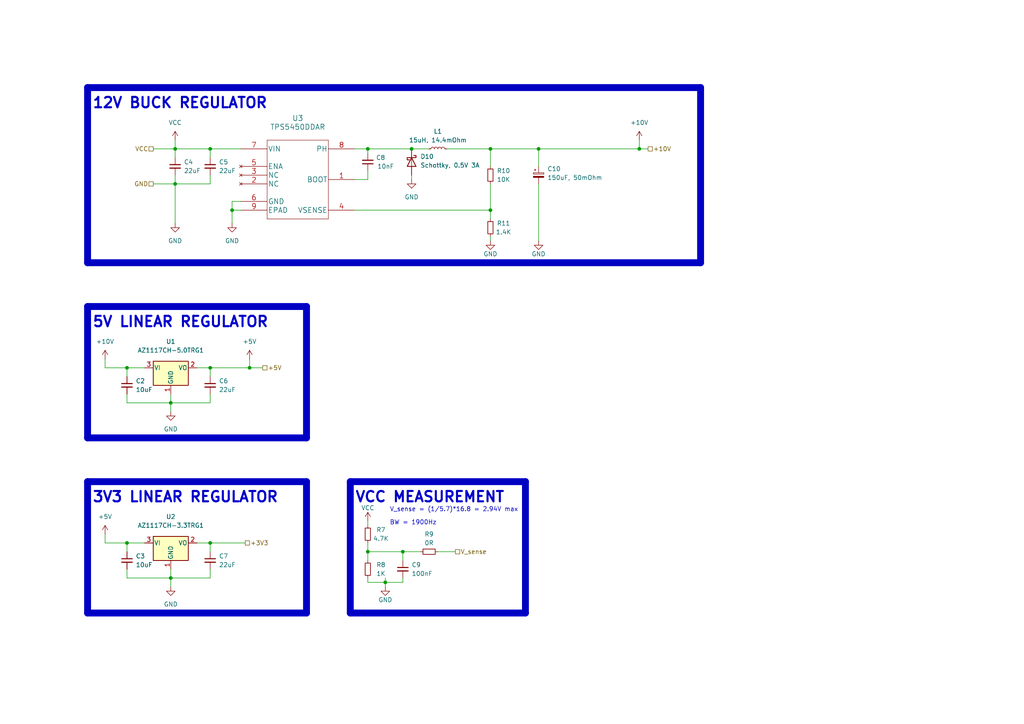
<source format=kicad_sch>
(kicad_sch (version 20211123) (generator eeschema)
  (paper "A4")
  (title_block (title "Power") (date "2022-07-21") (rev "1"))
  (lib_symbols
    (symbol "Device:C_Polarized_Small" (pin_numbers hide) (pin_names (offset 0.254) hide)
      (property "Reference" "C" (at 0.254 1.778 0))
      (property "Value" "C_Polarized_Small" (at 0.254 -2.032 0))
      (symbol "C_Polarized_Small_0_1"
        (rectangle (start -1.524 -0.3048) (end 1.524 -0.6858) (fill (type outline)))
        (rectangle (start -1.524 0.6858) (end 1.524 0.3048))
        (polyline (pts (xy -1.27 1.524) (xy -0.762 1.524)))
        (polyline (pts (xy -1.016 1.27) (xy -1.016 1.778)))
      )
      (symbol "C_Polarized_Small_1_1"
        (pin passive line (at 0 2.54 270) (length 1.8542) (name "~") (number "1"))
        (pin passive line (at 0 -2.54 90) (length 1.8542) (name "~") (number "2"))
      )
    )
    (symbol "Device:C_Small" (pin_numbers hide) (pin_names (offset 0.254) hide)
      (property "Reference" "C" (at 0.254 1.778 0))
      (property "Value" "C_Small" (at 0.254 -2.032 0))
      (symbol "C_Small_0_1"
        (polyline (pts (xy -1.524 -0.508) (xy 1.524 -0.508)) (stroke (width 0.3302)))
        (polyline (pts (xy -1.524 0.508) (xy 1.524 0.508)) (stroke (width 0.3048)))
      )
      (symbol "C_Small_1_1"
        (pin passive line (at 0 2.54 270) (length 2.032) (name "~") (number "1"))
        (pin passive line (at 0 -2.54 90) (length 2.032) (name "~") (number "2"))
      )
    )
    (symbol "Device:D_Schottky" (pin_numbers hide) (pin_names (offset 1.016) hide)
      (property "Reference" "D" (at 0 2.54 0))
      (property "Value" "D_Schottky" (at 0 -2.54 0))
      (symbol "D_Schottky_0_1"
        (polyline (pts (xy 1.27 0) (xy -1.27 0)))
        (polyline (pts (xy 1.27 1.27) (xy 1.27 -1.27) (xy -1.27 0) (xy 1.27 1.27)) (stroke (width 0.254)))
        (polyline (pts (xy -1.905 0.635) (xy -1.905 1.27) (xy -1.27 1.27) (xy -1.27 -1.27) (xy -0.635 -1.27) (xy -0.635 -0.635)) (stroke (width 0.254)))
      )
      (symbol "D_Schottky_1_1"
        (pin passive line (at -3.81 0 0) (length 2.54) (name "K") (number "1"))
        (pin passive line (at 3.81 0 180) (length 2.54) (name "A") (number "2"))
      )
    )
    (symbol "Device:L_Small" (pin_numbers hide) (pin_names (offset 0.254) hide)
      (property "Reference" "L" (at 0.762 1.016 0))
      (property "Value" "L_Small" (at 0.762 -1.016 0))
      (symbol "L_Small_0_1"
        (arc (start 0 -2.032) (mid 0.508 -1.524) (end 0 -1.016))
        (arc (start 0 -1.016) (mid 0.508 -0.508) (end 0 0))
        (arc (start 0 0) (mid 0.508 0.508) (end 0 1.016))
        (arc (start 0 1.016) (mid 0.508 1.524) (end 0 2.032))
      )
      (symbol "L_Small_1_1"
        (pin passive line (at 0 2.54 270) (length 0.508) (name "~") (number "1"))
        (pin passive line (at 0 -2.54 90) (length 0.508) (name "~") (number "2"))
      )
    )
    (symbol "Device:R_Small" (pin_numbers hide) (pin_names (offset 0.254) hide)
      (property "Reference" "R" (at 0.762 0.508 0))
      (property "Value" "R_Small" (at 0.762 -1.016 0))
      (symbol "R_Small_0_1"
        (rectangle (start -0.762 1.778) (end 0.762 -1.778) (stroke (width 0.2032)))
      )
      (symbol "R_Small_1_1"
        (pin passive line (at 0 2.54 270) (length 0.762) (name "~") (number "1"))
        (pin passive line (at 0 -2.54 90) (length 0.762) (name "~") (number "2"))
      )
    )
    (symbol "Regulator_Linear:AZ1117-3.3" (pin_names (offset 0.254))
      (property "Reference" "U" (at -3.81 3.175 0))
      (property "Value" "AZ1117-3.3" (at 0 3.175 0))
      (symbol "AZ1117-3.3_0_1"
        (rectangle (start -5.08 1.905) (end 5.08 -5.08) (stroke (width 0.254)) (fill (type background)))
      )
      (symbol "AZ1117-3.3_1_1"
        (pin power_in line (at 0 -7.62 90) (length 2.54) (name "GND") (number "1"))
        (pin power_out line (at 7.62 0 180) (length 2.54) (name "VO") (number "2"))
        (pin power_in line (at -7.62 0 0) (length 2.54) (name "VI") (number "3"))
      )
    )
    (symbol "TPS5450:TPS5450DDAR" (pin_names (offset 0.254))
      (property "Reference" "U2" (at 0 6.35 0))
      (property "Value" "TPS5450DDAR" (at 0 3.81 0))
      (symbol "TPS5450DDAR_1_1"
        (polyline (pts (xy -8.89 -22.86) (xy 8.89 -22.86)) (stroke (width 0.127)))
        (polyline (pts (xy -8.89 0) (xy -8.89 -22.86)) (stroke (width 0.127)))
        (polyline (pts (xy 8.89 -22.86) (xy 8.89 0)) (stroke (width 0.127)))
        (polyline (pts (xy 8.89 0) (xy -8.89 0)) (stroke (width 0.127)))
        (pin output line (at 16.51 -11.43 180) (length 7.62) (name "BOOT") (number "1"))
        (pin no_connect line (at -16.51 -12.7 0) (length 7.62) (name "NC") (number "2"))
        (pin no_connect line (at -16.51 -10.16 0) (length 7.62) (name "NC") (number "3"))
        (pin input line (at 16.51 -20.32 180) (length 7.62) (name "VSENSE") (number "4"))
        (pin no_connect line (at -16.51 -7.62 0) (length 7.62) (name "ENA") (number "5"))
        (pin passive line (at -16.51 -17.78 0) (length 7.62) (name "GND") (number "6"))
        (pin input line (at -16.51 -2.54 0) (length 7.62) (name "VIN") (number "7"))
        (pin output line (at 16.51 -2.54 180) (length 7.62) (name "PH") (number "8"))
        (pin passive line (at -16.51 -20.32 0) (length 7.62) (name "EPAD") (number "9"))
      )
    )
    (symbol "power:+10V" (power) (pin_names (offset 0))
      (property "Value" "+10V" (at 0 3.556 0))
      (symbol "+10V_0_1"
        (polyline (pts (xy -0.762 1.27) (xy 0 2.54)))
        (polyline (pts (xy 0 0) (xy 0 2.54)))
        (polyline (pts (xy 0 2.54) (xy 0.762 1.27)))
      )
      (symbol "+10V_1_1"
        (pin power_in line (at 0 0 90) (length 0) hide (name "+10V") (number "1"))
      )
    )
    (symbol "power:+5V" (power) (pin_names (offset 0))
      (property "Value" "+5V" (at 0 3.556 0))
      (symbol "+5V_0_1"
        (polyline (pts (xy -0.762 1.27) (xy 0 2.54)))
        (polyline (pts (xy 0 0) (xy 0 2.54)))
        (polyline (pts (xy 0 2.54) (xy 0.762 1.27)))
      )
      (symbol "+5V_1_1"
        (pin power_in line (at 0 0 90) (length 0) hide (name "+5V") (number "1"))
      )
    )
    (symbol "power:GND" (power) (pin_names (offset 0))
      (property "Value" "GND" (at 0 -3.81 0))
      (symbol "GND_0_1"
        (polyline (pts (xy 0 0) (xy 0 -1.27) (xy 1.27 -1.27) (xy 0 -2.54) (xy -1.27 -1.27) (xy 0 -1.27)))
      )
      (symbol "GND_1_1"
        (pin power_in line (at 0 0 270) (length 0) hide (name "GND") (number "1"))
      )
    )
    (symbol "power:VCC" (power) (pin_names (offset 0))
      (property "Value" "VCC" (at 0 3.81 0))
      (symbol "VCC_0_1"
        (polyline (pts (xy -0.762 1.27) (xy 0 2.54)))
        (polyline (pts (xy 0 0) (xy 0 2.54)))
        (polyline (pts (xy 0 2.54) (xy 0.762 1.27)))
      )
      (symbol "VCC_1_1"
        (pin power_in line (at 0 0 90) (length 0) hide (name "VCC") (number "1"))
      )
    )
  )
  (junction (at 156.21 43.18))
  (junction (at 60.96 43.18))
  (junction (at 111.76 168.91))
  (junction (at 36.83 106.68))
  (junction (at 119.38 43.18))
  (junction (at 185.42 43.18))
  (junction (at 142.24 43.18))
  (junction (at 60.96 157.48))
  (junction (at 36.83 157.48))
  (junction (at 142.24 60.96))
  (junction (at 72.39 106.68))
  (junction (at 67.31 60.96))
  (junction (at 50.8 43.18))
  (junction (at 106.68 160.02))
  (junction (at 106.68 43.18))
  (junction (at 50.8 53.34))
  (junction (at 49.53 167.64))
  (junction (at 49.53 116.84))
  (junction (at 116.84 160.02))
  (junction (at 60.96 106.68))
  (wire (pts (xy 36.83 106.68) (xy 36.83 109.22)))
  (wire (pts (xy 102.87 60.96) (xy 142.24 60.96)))
  (wire (pts (xy 50.8 50.8) (xy 50.8 53.34)))
  (wire (pts (xy 116.84 160.02) (xy 121.92 160.02)))
  (wire (pts (xy 106.68 160.02) (xy 116.84 160.02)))
  (wire (pts (xy 102.87 43.18) (xy 106.68 43.18)))
  (wire (pts (xy 67.31 60.96) (xy 69.85 60.96)))
  (wire (pts (xy 49.53 165.1) (xy 49.53 167.64)))
  (wire (pts (xy 49.53 167.64) (xy 49.53 170.18)))
  (wire (pts (xy 36.83 157.48) (xy 36.83 160.02)))
  (wire (pts (xy 36.83 116.84) (xy 49.53 116.84)))
  (wire (pts (xy 30.48 157.48) (xy 36.83 157.48)))
  (wire (pts (xy 185.42 40.64) (xy 185.42 43.18)))
  (wire (pts (xy 57.15 157.48) (xy 60.96 157.48)))
  (wire (pts (xy 30.48 154.94) (xy 30.48 157.48)))
  (wire (pts (xy 111.76 168.91) (xy 111.76 170.18)))
  (wire (pts (xy 50.8 53.34) (xy 50.8 64.77)))
  (wire (pts (xy 111.76 168.91) (xy 111.76 167.64)))
  (polyline (pts (xy 88.9 127) (xy 25.4 127)) (stroke (width 2) (type solid)))
  (polyline (pts (xy 25.4 88.9) (xy 25.4 127)) (stroke (width 2) (type solid)))
  (wire (pts (xy 106.68 160.02) (xy 106.68 162.56)))
  (wire (pts (xy 129.54 43.18) (xy 142.24 43.18)))
  (wire (pts (xy 142.24 60.96) (xy 142.24 63.5)))
  (wire (pts (xy 116.84 168.91) (xy 116.84 167.64)))
  (polyline (pts (xy 25.4 25.4) (xy 203.2 25.4)) (stroke (width 2) (type solid)))
  (polyline (pts (xy 88.9 177.8) (xy 25.4 177.8)) (stroke (width 2) (type solid)))
  (polyline (pts (xy 152.4 139.7) (xy 152.4 177.8)) (stroke (width 2) (type solid)))
  (wire (pts (xy 72.39 106.68) (xy 76.2 106.68)))
  (wire (pts (xy 36.83 106.68) (xy 41.91 106.68)))
  (wire (pts (xy 67.31 60.96) (xy 67.31 64.77)))
  (wire (pts (xy 106.68 43.18) (xy 119.38 43.18)))
  (wire (pts (xy 142.24 43.18) (xy 142.24 48.26)))
  (wire (pts (xy 142.24 53.34) (xy 142.24 60.96)))
  (wire (pts (xy 60.96 167.64) (xy 60.96 165.1)))
  (wire (pts (xy 119.38 43.18) (xy 124.46 43.18)))
  (wire (pts (xy 106.68 52.07) (xy 102.87 52.07)))
  (wire (pts (xy 106.68 151.13) (xy 106.68 152.4)))
  (wire (pts (xy 60.96 43.18) (xy 69.85 43.18)))
  (wire (pts (xy 49.53 116.84) (xy 49.53 119.38)))
  (wire (pts (xy 50.8 43.18) (xy 50.8 45.72)))
  (wire (pts (xy 49.53 116.84) (xy 60.96 116.84)))
  (polyline (pts (xy 101.6 139.7) (xy 101.6 177.8)) (stroke (width 2) (type solid)))
  (wire (pts (xy 36.83 165.1) (xy 36.83 167.64)))
  (polyline (pts (xy 25.4 76.2) (xy 203.2 76.2)) (stroke (width 2) (type solid)))
  (wire (pts (xy 57.15 106.68) (xy 60.96 106.68)))
  (wire (pts (xy 119.38 50.8) (xy 119.38 52.07)))
  (polyline (pts (xy 152.4 177.8) (xy 101.6 177.8)) (stroke (width 2) (type solid)))
  (wire (pts (xy 60.96 116.84) (xy 60.96 114.3)))
  (wire (pts (xy 60.96 106.68) (xy 72.39 106.68)))
  (wire (pts (xy 127 160.02) (xy 132.08 160.02)))
  (wire (pts (xy 36.83 114.3) (xy 36.83 116.84)))
  (wire (pts (xy 30.48 106.68) (xy 36.83 106.68)))
  (wire (pts (xy 69.85 58.42) (xy 67.31 58.42)))
  (wire (pts (xy 60.96 43.18) (xy 60.96 45.72)))
  (wire (pts (xy 60.96 157.48) (xy 60.96 160.02)))
  (wire (pts (xy 30.48 104.14) (xy 30.48 106.68)))
  (polyline (pts (xy 25.4 139.7) (xy 88.9 139.7)) (stroke (width 2) (type solid)))
  (polyline (pts (xy 101.6 139.7) (xy 152.4 139.7)) (stroke (width 2) (type solid)))
  (polyline (pts (xy 203.2 25.4) (xy 203.2 76.2)) (stroke (width 2) (type solid)))
  (wire (pts (xy 49.53 114.3) (xy 49.53 116.84)))
  (polyline (pts (xy 25.4 25.4) (xy 25.4 76.2)) (stroke (width 2) (type solid)))
  (wire (pts (xy 60.96 50.8) (xy 60.96 53.34)))
  (wire (pts (xy 60.96 106.68) (xy 60.96 109.22)))
  (wire (pts (xy 156.21 53.34) (xy 156.21 69.85)))
  (wire (pts (xy 106.68 157.48) (xy 106.68 160.02)))
  (wire (pts (xy 50.8 43.18) (xy 60.96 43.18)))
  (wire (pts (xy 116.84 160.02) (xy 116.84 162.56)))
  (wire (pts (xy 185.42 43.18) (xy 187.96 43.18)))
  (wire (pts (xy 44.45 53.34) (xy 50.8 53.34)))
  (wire (pts (xy 111.76 168.91) (xy 106.68 168.91)))
  (wire (pts (xy 156.21 43.18) (xy 185.42 43.18)))
  (wire (pts (xy 72.39 104.14) (xy 72.39 106.68)))
  (wire (pts (xy 142.24 68.58) (xy 142.24 69.85)))
  (polyline (pts (xy 25.4 139.7) (xy 25.4 177.8)) (stroke (width 2) (type solid)))
  (wire (pts (xy 106.68 168.91) (xy 106.68 167.64)))
  (wire (pts (xy 60.96 53.34) (xy 50.8 53.34)))
  (wire (pts (xy 49.53 167.64) (xy 60.96 167.64)))
  (wire (pts (xy 44.45 43.18) (xy 50.8 43.18)))
  (wire (pts (xy 156.21 43.18) (xy 142.24 43.18)))
  (polyline (pts (xy 25.4 88.9) (xy 88.9 88.9)) (stroke (width 2) (type solid)))
  (wire (pts (xy 67.31 58.42) (xy 67.31 60.96)))
  (wire (pts (xy 106.68 44.45) (xy 106.68 43.18)))
  (polyline (pts (xy 88.9 139.7) (xy 88.9 177.8)) (stroke (width 2) (type solid)))
  (wire (pts (xy 36.83 157.48) (xy 41.91 157.48)))
  (wire (pts (xy 60.96 157.48) (xy 71.12 157.48)))
  (wire (pts (xy 50.8 40.64) (xy 50.8 43.18)))
  (wire (pts (xy 106.68 49.53) (xy 106.68 52.07)))
  (polyline (pts (xy 88.9 88.9) (xy 88.9 127)) (stroke (width 2) (type solid)))
  (wire (pts (xy 36.83 167.64) (xy 49.53 167.64)))
  (wire (pts (xy 111.76 168.91) (xy 116.84 168.91)))
  (wire (pts (xy 156.21 48.26) (xy 156.21 43.18)))
  (text "3V3 LINEAR REGULATOR" (at 26.67 146.05 0) (effects (font (size 3 3) (thickness 0.6) bold) (justify left bottom)))
  (text "VCC MEASUREMENT" (at 102.87 146.05 0) (effects (font (size 3 3) (thickness 0.6) bold) (justify left bottom)))
  (text "BW = 1900Hz" (at 113.03 152.4 0) (effects (font (size 1.27 1.27)) (justify left bottom)))
  (text "5V LINEAR REGULATOR" (at 26.67 95.25 0) (effects (font (size 3 3) (thickness 0.6) bold) (justify left bottom)))
  (text "V_sense = (1/5.7)*16.8 = 2.94V max" (at 113.03 148.59 0) (effects (font (size 1.27 1.27)) (justify left bottom)))
  (text "12V BUCK REGULATOR" (at 26.67 31.75 0) (effects (font (size 3 3) (thickness 0.6) bold) (justify left bottom)))
  (hierarchical_label "+10V" (shape passive) (at 187.96 43.18 0))
  (hierarchical_label "+5V" (shape passive) (at 76.2 106.68 0))
  (hierarchical_label "+3V3" (shape passive) (at 71.12 157.48 0))
  (hierarchical_label "GND" (shape passive) (at 44.45 53.34 180))
  (hierarchical_label "V_sense" (shape passive) (at 132.08 160.02 0))
  (hierarchical_label "VCC" (shape passive) (at 44.45 43.18 180))
  (symbol (lib_id "power:+5V") (at 30.48 154.94 0) (unit 1)
    (property "Reference" "#PWR024" (effects hide))
    (property "Value" "+5V" (at 30.48 149.86 0))
  )
  (symbol (lib_id "power:+5V") (at 72.39 104.14 0) (unit 1)
    (property "Reference" "#PWR030" (effects hide))
    (property "Value" "+5V" (at 72.39 99.06 0))
  )
  (symbol (lib_id "Device:C_Small") (at 106.68 46.99 180) (unit 1)
    (property "Reference" "C8" (at 111.76 45.72 0) (effects (justify left)))
    (property "Value" "10nF" (at 114.3 48.26 0) (effects (justify left)))
    (property "Footprint" "Capacitor_SMD:C_0603_1608Metric" (effects hide))
  )
  (symbol (lib_id "Device:R_Small") (at 106.68 154.94 0) (unit 1)
    (property "Reference" "R7" (at 110.49 153.67 0))
    (property "Value" "4.7K" (at 110.49 156.21 0))
    (property "Footprint" "Resistor_SMD:R_0603_1608Metric" (effects hide))
  )
  (symbol (lib_id "power:VCC") (at 106.68 151.13 0) (unit 1)
    (property "Reference" "#PWR031" (effects hide))
    (property "Value" "VCC" (at 106.68 147.32 0))
  )
  (symbol (lib_id "power:+10V") (at 185.42 40.64 0) (unit 1)
    (property "Reference" "#PWR036" (effects hide))
    (property "Value" "+10V" (at 185.42 35.56 0))
  )
  (symbol (lib_id "Device:C_Small") (at 36.83 162.56 0) (unit 1)
    (property "Reference" "C3" (at 39.37 161.2962 0) (effects (justify left)))
    (property "Value" "10uF" (at 39.37 163.8362 0) (effects (justify left)))
    (property "Footprint" "Capacitor_SMD:C_0603_1608Metric" (effects hide))
  )
  (symbol (lib_id "Device:L_Small") (at 127 43.18 90) (unit 1)
    (property "Reference" "L1" (at 127 38.1 90))
    (property "Value" "15uH, 14.4mOhm" (at 127 40.64 90))
    (property "Footprint" "IHLP6767GZER150M11:INDPM172172X700N" (effects hide))
    (property "Datasheet" "https://www.vishay.com/docs/34282/ihlp-6767gz-11.pdf" (effects hide))
    (property "Part No" "IHLP6767GZER150M11" (effects hide))
    (property "Producer" "Vishay Dale" (effects hide))
  )
  (symbol (lib_id "power:GND") (at 49.53 119.38 0) (unit 1)
    (property "Reference" "#PWR025" (effects hide))
    (property "Value" "GND" (at 49.53 124.46 0))
  )
  (symbol (lib_id "power:VCC") (at 50.8 40.64 0) (unit 1)
    (property "Reference" "#PWR027" (effects hide))
    (property "Value" "VCC" (at 50.8 35.56 0))
  )
  (symbol (lib_id "power:GND") (at 156.21 69.85 0) (unit 1)
    (property "Reference" "#PWR035" (effects hide))
    (property "Value" "GND" (at 156.21 73.66 0))
  )
  (symbol (lib_id "Device:C_Small") (at 50.8 48.26 0) (unit 1)
    (property "Reference" "C4" (at 53.34 46.9962 0) (effects (justify left)))
    (property "Value" "22uF" (at 53.34 49.5362 0) (effects (justify left)))
    (property "Footprint" "Capacitor_SMD:C_0603_1608Metric" (effects hide))
  )
  (symbol (lib_id "Regulator_Linear:AZ1117-3.3") (at 49.53 106.68 0) (unit 1)
    (property "Reference" "U1" (at 49.53 99.06 0))
    (property "Value" "AZ1117CH-5.0TRG1" (at 49.53 101.6 0))
    (property "Footprint" "Package_TO_SOT_SMD:SOT-223-3_TabPin2" (effects hide))
    (property "Datasheet" "https://www.diodes.com/assets/Datasheets/AZ1117C.pdf" (effects hide))
  )
  (symbol (lib_id "Device:R_Small") (at 142.24 50.8 0) (unit 1)
    (property "Reference" "R10" (at 146.05 49.53 0))
    (property "Value" "10K" (at 146.05 52.07 0))
    (property "Footprint" "Resistor_SMD:R_0603_1608Metric" (effects hide))
  )
  (symbol (lib_id "Device:R_Small") (at 106.68 165.1 0) (unit 1)
    (property "Reference" "R8" (at 110.49 163.83 0))
    (property "Value" "1K" (at 110.49 166.37 0))
    (property "Footprint" "Resistor_SMD:R_0603_1608Metric" (effects hide))
  )
  (symbol (lib_id "power:GND") (at 119.38 52.07 0) (unit 1)
    (property "Reference" "#PWR033" (effects hide))
    (property "Value" "GND" (at 119.38 57.15 0))
  )
  (symbol (lib_id "Device:C_Small") (at 116.84 165.1 0) (unit 1)
    (property "Reference" "C9" (at 119.38 163.8362 0) (effects (justify left)))
    (property "Value" "100nF" (at 119.38 166.3762 0) (effects (justify left)))
    (property "Footprint" "Capacitor_SMD:C_0603_1608Metric" (effects hide))
  )
  (symbol (lib_id "Device:D_Schottky") (at 119.38 46.99 270) (unit 1)
    (property "Reference" "D10" (at 121.92 45.4024 90) (effects (justify left)))
    (property "Value" "Schottky, 0.5V 3A" (at 121.92 47.9424 90) (effects (justify left)))
    (property "Footprint" "Diode_SMD:D_SMA" (effects hide))
    (property "Part no" "CDBA340-HF" (effects hide))
  )
  (symbol (lib_id "Device:C_Polarized_Small") (at 156.21 50.8 0) (unit 1)
    (property "Reference" "C10" (at 158.75 48.9838 0) (effects (justify left)))
    (property "Value" "150uF, 50mOhm" (at 158.75 51.5238 0) (effects (justify left)))
    (property "Footprint" "T510E107M025ATE050:T510E107M025AT E050" (effects hide))
    (property "Datasheet" "https://content.kemet.com/datasheets/KEM_T2014_T510.pdf" (effects hide))
    (property "PartNo" "T510E107M025ATE050" (effects hide))
  )
  (symbol (lib_id "Device:C_Small") (at 60.96 48.26 0) (unit 1)
    (property "Reference" "C5" (at 63.5 46.9962 0) (effects (justify left)))
    (property "Value" "22uF" (at 63.5 49.5362 0) (effects (justify left)))
    (property "Footprint" "Capacitor_SMD:C_0603_1608Metric" (effects hide))
  )
  (symbol (lib_id "power:GND") (at 67.31 64.77 0) (unit 1)
    (property "Reference" "#PWR029" (effects hide))
    (property "Value" "GND" (at 67.31 69.85 0))
  )
  (symbol (lib_id "Device:R_Small") (at 124.46 160.02 90) (unit 1)
    (property "Reference" "R9" (at 124.46 154.94 90))
    (property "Value" "0R" (at 124.46 157.48 90))
    (property "Footprint" "Resistor_SMD:R_0603_1608Metric" (effects hide))
  )
  (symbol (lib_id "Regulator_Linear:AZ1117-3.3") (at 49.53 157.48 0) (unit 1)
    (property "Reference" "U2" (at 49.53 149.86 0))
    (property "Value" "AZ1117CH-3.3TRG1" (at 49.53 152.4 0))
    (property "Footprint" "Package_TO_SOT_SMD:SOT-223-3_TabPin2" (effects hide))
    (property "Datasheet" "https://www.diodes.com/assets/Datasheets/AZ1117.pdf" (effects hide))
  )
  (symbol (lib_id "power:+10V") (at 30.48 104.14 0) (unit 1)
    (property "Reference" "#PWR023" (effects hide))
    (property "Value" "+10V" (at 30.48 99.06 0))
  )
  (symbol (lib_id "power:GND") (at 49.53 170.18 0) (unit 1)
    (property "Reference" "#PWR026" (effects hide))
    (property "Value" "GND" (at 49.53 175.26 0))
  )
  (symbol (lib_id "Device:C_Small") (at 60.96 162.56 0) (unit 1)
    (property "Reference" "C7" (at 63.5 161.2962 0) (effects (justify left)))
    (property "Value" "22uF" (at 63.5 163.8362 0) (effects (justify left)))
    (property "Footprint" "Capacitor_SMD:C_0603_1608Metric" (effects hide))
  )
  (symbol (lib_id "power:GND") (at 111.76 170.18 0) (unit 1)
    (property "Reference" "#PWR032" (effects hide))
    (property "Value" "GND" (at 111.76 173.99 0))
  )
  (symbol (lib_id "power:GND") (at 142.24 69.85 0) (unit 1)
    (property "Reference" "#PWR034" (effects hide))
    (property "Value" "GND" (at 142.24 73.66 0))
  )
  (symbol (lib_id "power:GND") (at 50.8 64.77 0) (unit 1)
    (property "Reference" "#PWR028" (effects hide))
    (property "Value" "GND" (at 50.8 69.85 0))
  )
  (symbol (lib_id "Device:R_Small") (at 142.24 66.04 0) (unit 1)
    (property "Reference" "R11" (at 146.05 64.77 0))
    (property "Value" "1.4K" (at 146.05 67.31 0))
    (property "Footprint" "Resistor_SMD:R_0603_1608Metric" (effects hide))
  )
  (symbol (lib_id "Device:C_Small") (at 60.96 111.76 0) (unit 1)
    (property "Reference" "C6" (at 63.5 110.4962 0) (effects (justify left)))
    (property "Value" "22uF" (at 63.5 113.0362 0) (effects (justify left)))
    (property "Footprint" "Capacitor_SMD:C_0603_1608Metric" (effects hide))
  )
  (symbol (lib_id "TPS5450:TPS5450DDAR") (at 86.36 40.64 0) (unit 1)
    (property "Reference" "U3" (at 86.36 34.29 0) (effects (font (size 1.524 1.524))))
    (property "Value" "TPS5450DDAR" (at 86.36 36.83 0) (effects (font (size 1.524 1.524))))
    (property "Footprint" "Package_SO:TI_SO-PowerPAD-8" (effects hide))
    (property "Datasheet" "https://www.ti.com/lit/ds/symlink/tps5450.pdf?HQS=dis-dk-null-digikeymode-dsf-pf-null-wwe&ts=1659118297582&ref_url=https%253A%252F%252Fwww.ti.com%252Fgeneral%252Fdocs%252Fsuppproductinfo.tsp%253FdistId%253D10%2526gotoUrl%253Dhttps%253A%252F%252Fwww.ti.com%252Flit%252Fgpn%252Ftps5450" (effects hide))
  )
  (symbol (lib_id "Device:C_Small") (at 36.83 111.76 0) (unit 1)
    (property "Reference" "C2" (at 39.37 110.4962 0) (effects (justify left)))
    (property "Value" "10uF" (at 39.37 113.0362 0) (effects (justify left)))
    (property "Footprint" "Capacitor_SMD:C_0603_1608Metric" (effects hide))
  )
)
</source>
